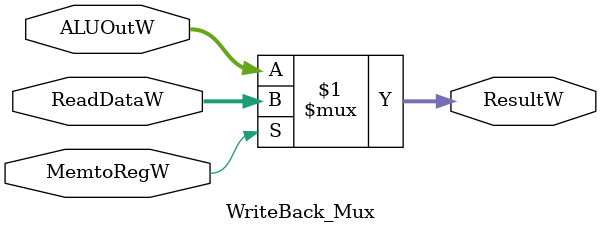
<source format=v>
module WriteBack_Mux
    (
        input MemtoRegW,
        input [31:0] ReadDataW, ALUOutW,
        output [31:0] ResultW
    );
assign ResultW = (MemtoRegW) ? ReadDataW : ALUOutW;
endmodule

</source>
